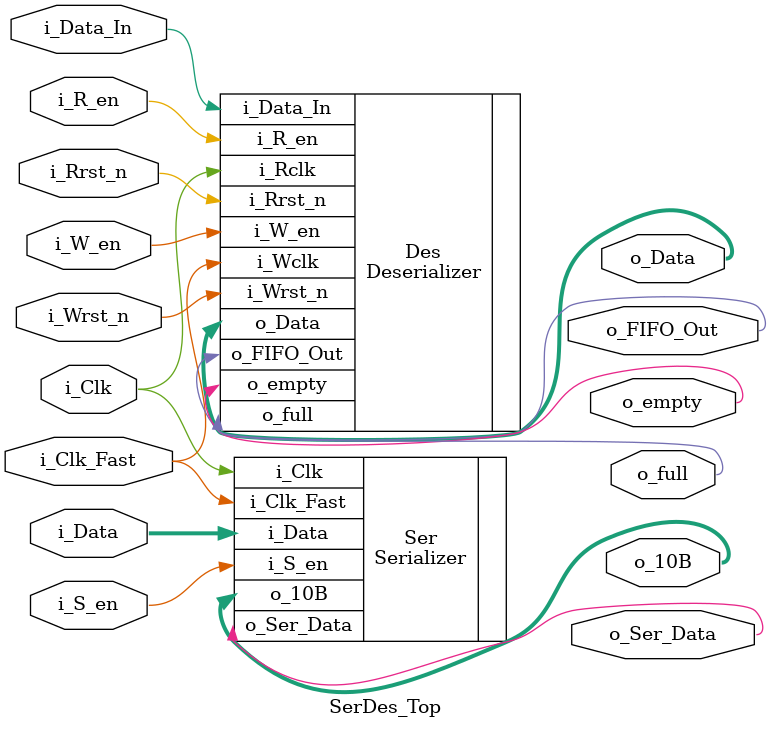
<source format=sv>
`timescale 1ns / 1ps

`include "Serializer.sv"
`include "Deserializer.sv"
`include "synchronizer.sv"
`include "wptr_handler.sv"
`include "rptr_handler.sv"
`include "FIFO_memory.sv"
`include "async_FIFO.sv"

module SerDes_Top #(parameter DATA_WIDTH=8)
  (input i_Clk, i_S_en,
   input i_Clk_Fast,
   input [DATA_WIDTH-1:0] i_Data,
   output o_Ser_Data,
   output reg [9:0] o_10B,
   
   input i_Wrst_n, i_W_en,
   input i_Rrst_n, i_R_en,
   input i_Data_In,
   output reg [7:0] o_Data,
   output reg o_FIFO_Out,
   output reg o_full, o_empty
  );
  
  Serializer Ser (
    .i_Clk(i_Clk),
    .i_S_en(i_S_en),
    .i_Clk_Fast(i_Clk_Fast),
    .i_Data(i_Data),
    .o_Ser_Data(o_Ser_Data),
    .o_10B(o_10B)
  	);
  
  Deserializer Des (
    .i_Wclk(i_Clk_Fast),    
    .i_Wrst_n(i_Wrst_n), 
    .i_W_en(i_W_en), 
    .i_Rclk(i_Clk), 
    .i_Rrst_n(i_Rrst_n), 
    .i_R_en(i_R_en), 
    .i_Data_In(i_Data_In), 
    .o_Data(o_Data),
    .o_FIFO_Out(o_FIFO_Out),
    .o_full(o_full), 
    .o_empty(o_empty)
  	);
  
endmodule
</source>
